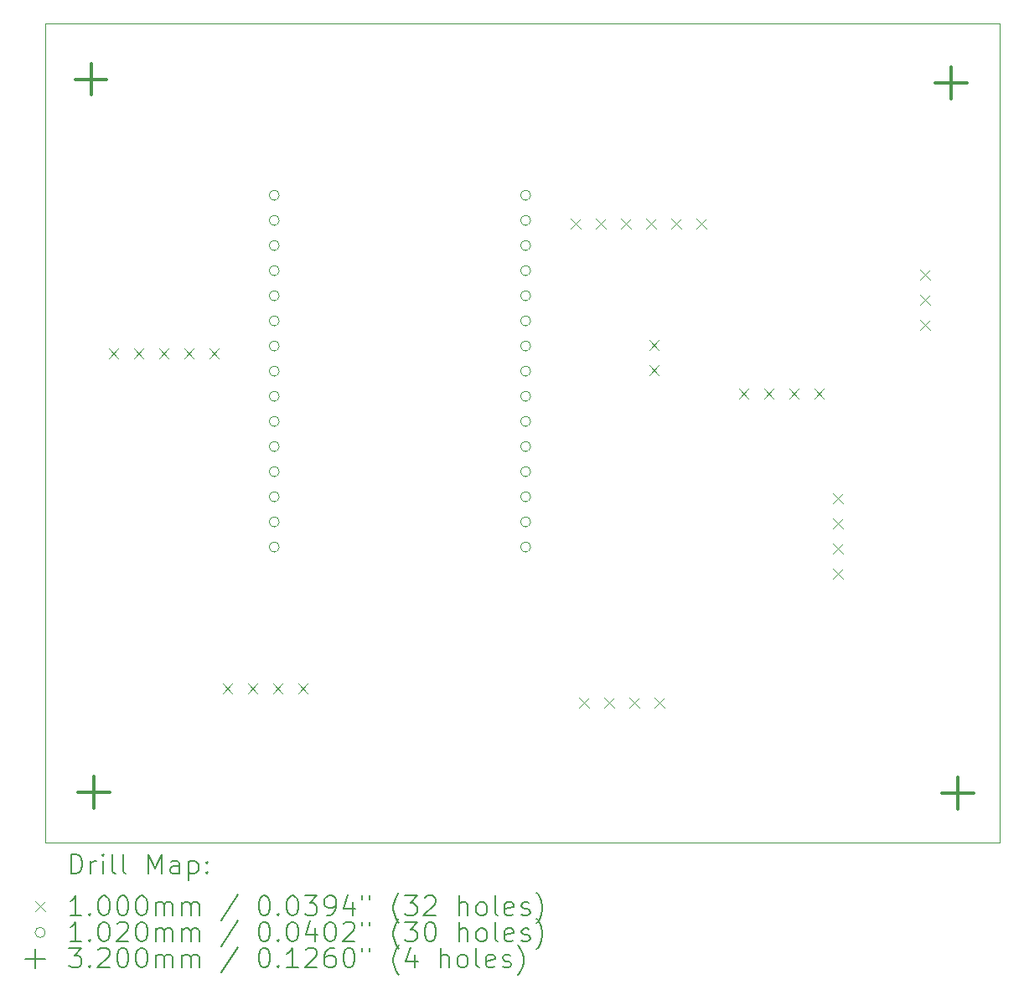
<source format=gbr>
%TF.GenerationSoftware,KiCad,Pcbnew,9.0.4*%
%TF.CreationDate,2025-11-06T19:22:00+05:30*%
%TF.ProjectId,projectxxxxxxx,70726f6a-6563-4747-9878-78787878782e,rev?*%
%TF.SameCoordinates,Original*%
%TF.FileFunction,Drillmap*%
%TF.FilePolarity,Positive*%
%FSLAX45Y45*%
G04 Gerber Fmt 4.5, Leading zero omitted, Abs format (unit mm)*
G04 Created by KiCad (PCBNEW 9.0.4) date 2025-11-06 19:22:00*
%MOMM*%
%LPD*%
G01*
G04 APERTURE LIST*
%ADD10C,0.050000*%
%ADD11C,0.200000*%
%ADD12C,0.100000*%
%ADD13C,0.102000*%
%ADD14C,0.320000*%
G04 APERTURE END LIST*
D10*
X5450000Y-5210000D02*
X15090000Y-5210000D01*
X15090000Y-13490000D01*
X5450000Y-13490000D01*
X5450000Y-5210000D01*
D11*
D12*
X6088000Y-8490000D02*
X6188000Y-8590000D01*
X6188000Y-8490000D02*
X6088000Y-8590000D01*
X6342000Y-8490000D02*
X6442000Y-8590000D01*
X6442000Y-8490000D02*
X6342000Y-8590000D01*
X6596000Y-8490000D02*
X6696000Y-8590000D01*
X6696000Y-8490000D02*
X6596000Y-8590000D01*
X6850000Y-8490000D02*
X6950000Y-8590000D01*
X6950000Y-8490000D02*
X6850000Y-8590000D01*
X7104000Y-8490000D02*
X7204000Y-8590000D01*
X7204000Y-8490000D02*
X7104000Y-8590000D01*
X7240000Y-11880000D02*
X7340000Y-11980000D01*
X7340000Y-11880000D02*
X7240000Y-11980000D01*
X7494000Y-11880000D02*
X7594000Y-11980000D01*
X7594000Y-11880000D02*
X7494000Y-11980000D01*
X7748000Y-11880000D02*
X7848000Y-11980000D01*
X7848000Y-11880000D02*
X7748000Y-11980000D01*
X8002000Y-11880000D02*
X8102000Y-11980000D01*
X8102000Y-11880000D02*
X8002000Y-11980000D01*
X10760000Y-7180000D02*
X10860000Y-7280000D01*
X10860000Y-7180000D02*
X10760000Y-7280000D01*
X10842000Y-12020000D02*
X10942000Y-12120000D01*
X10942000Y-12020000D02*
X10842000Y-12120000D01*
X11014000Y-7180000D02*
X11114000Y-7280000D01*
X11114000Y-7180000D02*
X11014000Y-7280000D01*
X11096000Y-12020000D02*
X11196000Y-12120000D01*
X11196000Y-12020000D02*
X11096000Y-12120000D01*
X11268000Y-7180000D02*
X11368000Y-7280000D01*
X11368000Y-7180000D02*
X11268000Y-7280000D01*
X11350000Y-12020000D02*
X11450000Y-12120000D01*
X11450000Y-12020000D02*
X11350000Y-12120000D01*
X11522000Y-7180000D02*
X11622000Y-7280000D01*
X11622000Y-7180000D02*
X11522000Y-7280000D01*
X11550000Y-8410000D02*
X11650000Y-8510000D01*
X11650000Y-8410000D02*
X11550000Y-8510000D01*
X11550000Y-8664000D02*
X11650000Y-8764000D01*
X11650000Y-8664000D02*
X11550000Y-8764000D01*
X11604000Y-12020000D02*
X11704000Y-12120000D01*
X11704000Y-12020000D02*
X11604000Y-12120000D01*
X11776000Y-7180000D02*
X11876000Y-7280000D01*
X11876000Y-7180000D02*
X11776000Y-7280000D01*
X12030000Y-7180000D02*
X12130000Y-7280000D01*
X12130000Y-7180000D02*
X12030000Y-7280000D01*
X12456000Y-8900000D02*
X12556000Y-9000000D01*
X12556000Y-8900000D02*
X12456000Y-9000000D01*
X12710000Y-8900000D02*
X12810000Y-9000000D01*
X12810000Y-8900000D02*
X12710000Y-9000000D01*
X12964000Y-8900000D02*
X13064000Y-9000000D01*
X13064000Y-8900000D02*
X12964000Y-9000000D01*
X13218000Y-8900000D02*
X13318000Y-9000000D01*
X13318000Y-8900000D02*
X13218000Y-9000000D01*
X13410000Y-9956000D02*
X13510000Y-10056000D01*
X13510000Y-9956000D02*
X13410000Y-10056000D01*
X13410000Y-10210000D02*
X13510000Y-10310000D01*
X13510000Y-10210000D02*
X13410000Y-10310000D01*
X13410000Y-10464000D02*
X13510000Y-10564000D01*
X13510000Y-10464000D02*
X13410000Y-10564000D01*
X13410000Y-10718000D02*
X13510000Y-10818000D01*
X13510000Y-10718000D02*
X13410000Y-10818000D01*
X14287500Y-7694500D02*
X14387500Y-7794500D01*
X14387500Y-7694500D02*
X14287500Y-7794500D01*
X14287500Y-7948500D02*
X14387500Y-8048500D01*
X14387500Y-7948500D02*
X14287500Y-8048500D01*
X14287500Y-8202500D02*
X14387500Y-8302500D01*
X14387500Y-8202500D02*
X14287500Y-8302500D01*
D13*
X7812500Y-6944000D02*
G75*
G02*
X7710500Y-6944000I-51000J0D01*
G01*
X7710500Y-6944000D02*
G75*
G02*
X7812500Y-6944000I51000J0D01*
G01*
X7812500Y-7198000D02*
G75*
G02*
X7710500Y-7198000I-51000J0D01*
G01*
X7710500Y-7198000D02*
G75*
G02*
X7812500Y-7198000I51000J0D01*
G01*
X7812500Y-7452000D02*
G75*
G02*
X7710500Y-7452000I-51000J0D01*
G01*
X7710500Y-7452000D02*
G75*
G02*
X7812500Y-7452000I51000J0D01*
G01*
X7812500Y-7706000D02*
G75*
G02*
X7710500Y-7706000I-51000J0D01*
G01*
X7710500Y-7706000D02*
G75*
G02*
X7812500Y-7706000I51000J0D01*
G01*
X7812500Y-7960000D02*
G75*
G02*
X7710500Y-7960000I-51000J0D01*
G01*
X7710500Y-7960000D02*
G75*
G02*
X7812500Y-7960000I51000J0D01*
G01*
X7812500Y-8214000D02*
G75*
G02*
X7710500Y-8214000I-51000J0D01*
G01*
X7710500Y-8214000D02*
G75*
G02*
X7812500Y-8214000I51000J0D01*
G01*
X7812500Y-8468000D02*
G75*
G02*
X7710500Y-8468000I-51000J0D01*
G01*
X7710500Y-8468000D02*
G75*
G02*
X7812500Y-8468000I51000J0D01*
G01*
X7812500Y-8722000D02*
G75*
G02*
X7710500Y-8722000I-51000J0D01*
G01*
X7710500Y-8722000D02*
G75*
G02*
X7812500Y-8722000I51000J0D01*
G01*
X7812500Y-8976000D02*
G75*
G02*
X7710500Y-8976000I-51000J0D01*
G01*
X7710500Y-8976000D02*
G75*
G02*
X7812500Y-8976000I51000J0D01*
G01*
X7812500Y-9230000D02*
G75*
G02*
X7710500Y-9230000I-51000J0D01*
G01*
X7710500Y-9230000D02*
G75*
G02*
X7812500Y-9230000I51000J0D01*
G01*
X7812500Y-9484000D02*
G75*
G02*
X7710500Y-9484000I-51000J0D01*
G01*
X7710500Y-9484000D02*
G75*
G02*
X7812500Y-9484000I51000J0D01*
G01*
X7812500Y-9738000D02*
G75*
G02*
X7710500Y-9738000I-51000J0D01*
G01*
X7710500Y-9738000D02*
G75*
G02*
X7812500Y-9738000I51000J0D01*
G01*
X7812500Y-9992000D02*
G75*
G02*
X7710500Y-9992000I-51000J0D01*
G01*
X7710500Y-9992000D02*
G75*
G02*
X7812500Y-9992000I51000J0D01*
G01*
X7812500Y-10246000D02*
G75*
G02*
X7710500Y-10246000I-51000J0D01*
G01*
X7710500Y-10246000D02*
G75*
G02*
X7812500Y-10246000I51000J0D01*
G01*
X7812500Y-10500000D02*
G75*
G02*
X7710500Y-10500000I-51000J0D01*
G01*
X7710500Y-10500000D02*
G75*
G02*
X7812500Y-10500000I51000J0D01*
G01*
X10352500Y-6944000D02*
G75*
G02*
X10250500Y-6944000I-51000J0D01*
G01*
X10250500Y-6944000D02*
G75*
G02*
X10352500Y-6944000I51000J0D01*
G01*
X10352500Y-7198000D02*
G75*
G02*
X10250500Y-7198000I-51000J0D01*
G01*
X10250500Y-7198000D02*
G75*
G02*
X10352500Y-7198000I51000J0D01*
G01*
X10352500Y-7452000D02*
G75*
G02*
X10250500Y-7452000I-51000J0D01*
G01*
X10250500Y-7452000D02*
G75*
G02*
X10352500Y-7452000I51000J0D01*
G01*
X10352500Y-7706000D02*
G75*
G02*
X10250500Y-7706000I-51000J0D01*
G01*
X10250500Y-7706000D02*
G75*
G02*
X10352500Y-7706000I51000J0D01*
G01*
X10352500Y-7960000D02*
G75*
G02*
X10250500Y-7960000I-51000J0D01*
G01*
X10250500Y-7960000D02*
G75*
G02*
X10352500Y-7960000I51000J0D01*
G01*
X10352500Y-8214000D02*
G75*
G02*
X10250500Y-8214000I-51000J0D01*
G01*
X10250500Y-8214000D02*
G75*
G02*
X10352500Y-8214000I51000J0D01*
G01*
X10352500Y-8468000D02*
G75*
G02*
X10250500Y-8468000I-51000J0D01*
G01*
X10250500Y-8468000D02*
G75*
G02*
X10352500Y-8468000I51000J0D01*
G01*
X10352500Y-8722000D02*
G75*
G02*
X10250500Y-8722000I-51000J0D01*
G01*
X10250500Y-8722000D02*
G75*
G02*
X10352500Y-8722000I51000J0D01*
G01*
X10352500Y-8976000D02*
G75*
G02*
X10250500Y-8976000I-51000J0D01*
G01*
X10250500Y-8976000D02*
G75*
G02*
X10352500Y-8976000I51000J0D01*
G01*
X10352500Y-9230000D02*
G75*
G02*
X10250500Y-9230000I-51000J0D01*
G01*
X10250500Y-9230000D02*
G75*
G02*
X10352500Y-9230000I51000J0D01*
G01*
X10352500Y-9484000D02*
G75*
G02*
X10250500Y-9484000I-51000J0D01*
G01*
X10250500Y-9484000D02*
G75*
G02*
X10352500Y-9484000I51000J0D01*
G01*
X10352500Y-9738000D02*
G75*
G02*
X10250500Y-9738000I-51000J0D01*
G01*
X10250500Y-9738000D02*
G75*
G02*
X10352500Y-9738000I51000J0D01*
G01*
X10352500Y-9992000D02*
G75*
G02*
X10250500Y-9992000I-51000J0D01*
G01*
X10250500Y-9992000D02*
G75*
G02*
X10352500Y-9992000I51000J0D01*
G01*
X10352500Y-10246000D02*
G75*
G02*
X10250500Y-10246000I-51000J0D01*
G01*
X10250500Y-10246000D02*
G75*
G02*
X10352500Y-10246000I51000J0D01*
G01*
X10352500Y-10500000D02*
G75*
G02*
X10250500Y-10500000I-51000J0D01*
G01*
X10250500Y-10500000D02*
G75*
G02*
X10352500Y-10500000I51000J0D01*
G01*
D14*
X5910000Y-5610000D02*
X5910000Y-5930000D01*
X5750000Y-5770000D02*
X6070000Y-5770000D01*
X5940000Y-12820000D02*
X5940000Y-13140000D01*
X5780000Y-12980000D02*
X6100000Y-12980000D01*
X14600000Y-5650000D02*
X14600000Y-5970000D01*
X14440000Y-5810000D02*
X14760000Y-5810000D01*
X14670000Y-12830000D02*
X14670000Y-13150000D01*
X14510000Y-12990000D02*
X14830000Y-12990000D01*
D11*
X5708277Y-13803984D02*
X5708277Y-13603984D01*
X5708277Y-13603984D02*
X5755896Y-13603984D01*
X5755896Y-13603984D02*
X5784467Y-13613508D01*
X5784467Y-13613508D02*
X5803515Y-13632555D01*
X5803515Y-13632555D02*
X5813039Y-13651603D01*
X5813039Y-13651603D02*
X5822562Y-13689698D01*
X5822562Y-13689698D02*
X5822562Y-13718269D01*
X5822562Y-13718269D02*
X5813039Y-13756365D01*
X5813039Y-13756365D02*
X5803515Y-13775412D01*
X5803515Y-13775412D02*
X5784467Y-13794460D01*
X5784467Y-13794460D02*
X5755896Y-13803984D01*
X5755896Y-13803984D02*
X5708277Y-13803984D01*
X5908277Y-13803984D02*
X5908277Y-13670650D01*
X5908277Y-13708746D02*
X5917801Y-13689698D01*
X5917801Y-13689698D02*
X5927324Y-13680174D01*
X5927324Y-13680174D02*
X5946372Y-13670650D01*
X5946372Y-13670650D02*
X5965420Y-13670650D01*
X6032086Y-13803984D02*
X6032086Y-13670650D01*
X6032086Y-13603984D02*
X6022562Y-13613508D01*
X6022562Y-13613508D02*
X6032086Y-13623031D01*
X6032086Y-13623031D02*
X6041610Y-13613508D01*
X6041610Y-13613508D02*
X6032086Y-13603984D01*
X6032086Y-13603984D02*
X6032086Y-13623031D01*
X6155896Y-13803984D02*
X6136848Y-13794460D01*
X6136848Y-13794460D02*
X6127324Y-13775412D01*
X6127324Y-13775412D02*
X6127324Y-13603984D01*
X6260658Y-13803984D02*
X6241610Y-13794460D01*
X6241610Y-13794460D02*
X6232086Y-13775412D01*
X6232086Y-13775412D02*
X6232086Y-13603984D01*
X6489229Y-13803984D02*
X6489229Y-13603984D01*
X6489229Y-13603984D02*
X6555896Y-13746841D01*
X6555896Y-13746841D02*
X6622562Y-13603984D01*
X6622562Y-13603984D02*
X6622562Y-13803984D01*
X6803515Y-13803984D02*
X6803515Y-13699222D01*
X6803515Y-13699222D02*
X6793991Y-13680174D01*
X6793991Y-13680174D02*
X6774943Y-13670650D01*
X6774943Y-13670650D02*
X6736848Y-13670650D01*
X6736848Y-13670650D02*
X6717801Y-13680174D01*
X6803515Y-13794460D02*
X6784467Y-13803984D01*
X6784467Y-13803984D02*
X6736848Y-13803984D01*
X6736848Y-13803984D02*
X6717801Y-13794460D01*
X6717801Y-13794460D02*
X6708277Y-13775412D01*
X6708277Y-13775412D02*
X6708277Y-13756365D01*
X6708277Y-13756365D02*
X6717801Y-13737317D01*
X6717801Y-13737317D02*
X6736848Y-13727793D01*
X6736848Y-13727793D02*
X6784467Y-13727793D01*
X6784467Y-13727793D02*
X6803515Y-13718269D01*
X6898753Y-13670650D02*
X6898753Y-13870650D01*
X6898753Y-13680174D02*
X6917801Y-13670650D01*
X6917801Y-13670650D02*
X6955896Y-13670650D01*
X6955896Y-13670650D02*
X6974943Y-13680174D01*
X6974943Y-13680174D02*
X6984467Y-13689698D01*
X6984467Y-13689698D02*
X6993991Y-13708746D01*
X6993991Y-13708746D02*
X6993991Y-13765888D01*
X6993991Y-13765888D02*
X6984467Y-13784936D01*
X6984467Y-13784936D02*
X6974943Y-13794460D01*
X6974943Y-13794460D02*
X6955896Y-13803984D01*
X6955896Y-13803984D02*
X6917801Y-13803984D01*
X6917801Y-13803984D02*
X6898753Y-13794460D01*
X7079705Y-13784936D02*
X7089229Y-13794460D01*
X7089229Y-13794460D02*
X7079705Y-13803984D01*
X7079705Y-13803984D02*
X7070182Y-13794460D01*
X7070182Y-13794460D02*
X7079705Y-13784936D01*
X7079705Y-13784936D02*
X7079705Y-13803984D01*
X7079705Y-13680174D02*
X7089229Y-13689698D01*
X7089229Y-13689698D02*
X7079705Y-13699222D01*
X7079705Y-13699222D02*
X7070182Y-13689698D01*
X7070182Y-13689698D02*
X7079705Y-13680174D01*
X7079705Y-13680174D02*
X7079705Y-13699222D01*
D12*
X5347500Y-14082500D02*
X5447500Y-14182500D01*
X5447500Y-14082500D02*
X5347500Y-14182500D01*
D11*
X5813039Y-14223984D02*
X5698753Y-14223984D01*
X5755896Y-14223984D02*
X5755896Y-14023984D01*
X5755896Y-14023984D02*
X5736848Y-14052555D01*
X5736848Y-14052555D02*
X5717801Y-14071603D01*
X5717801Y-14071603D02*
X5698753Y-14081127D01*
X5898753Y-14204936D02*
X5908277Y-14214460D01*
X5908277Y-14214460D02*
X5898753Y-14223984D01*
X5898753Y-14223984D02*
X5889229Y-14214460D01*
X5889229Y-14214460D02*
X5898753Y-14204936D01*
X5898753Y-14204936D02*
X5898753Y-14223984D01*
X6032086Y-14023984D02*
X6051134Y-14023984D01*
X6051134Y-14023984D02*
X6070182Y-14033508D01*
X6070182Y-14033508D02*
X6079705Y-14043031D01*
X6079705Y-14043031D02*
X6089229Y-14062079D01*
X6089229Y-14062079D02*
X6098753Y-14100174D01*
X6098753Y-14100174D02*
X6098753Y-14147793D01*
X6098753Y-14147793D02*
X6089229Y-14185888D01*
X6089229Y-14185888D02*
X6079705Y-14204936D01*
X6079705Y-14204936D02*
X6070182Y-14214460D01*
X6070182Y-14214460D02*
X6051134Y-14223984D01*
X6051134Y-14223984D02*
X6032086Y-14223984D01*
X6032086Y-14223984D02*
X6013039Y-14214460D01*
X6013039Y-14214460D02*
X6003515Y-14204936D01*
X6003515Y-14204936D02*
X5993991Y-14185888D01*
X5993991Y-14185888D02*
X5984467Y-14147793D01*
X5984467Y-14147793D02*
X5984467Y-14100174D01*
X5984467Y-14100174D02*
X5993991Y-14062079D01*
X5993991Y-14062079D02*
X6003515Y-14043031D01*
X6003515Y-14043031D02*
X6013039Y-14033508D01*
X6013039Y-14033508D02*
X6032086Y-14023984D01*
X6222562Y-14023984D02*
X6241610Y-14023984D01*
X6241610Y-14023984D02*
X6260658Y-14033508D01*
X6260658Y-14033508D02*
X6270182Y-14043031D01*
X6270182Y-14043031D02*
X6279705Y-14062079D01*
X6279705Y-14062079D02*
X6289229Y-14100174D01*
X6289229Y-14100174D02*
X6289229Y-14147793D01*
X6289229Y-14147793D02*
X6279705Y-14185888D01*
X6279705Y-14185888D02*
X6270182Y-14204936D01*
X6270182Y-14204936D02*
X6260658Y-14214460D01*
X6260658Y-14214460D02*
X6241610Y-14223984D01*
X6241610Y-14223984D02*
X6222562Y-14223984D01*
X6222562Y-14223984D02*
X6203515Y-14214460D01*
X6203515Y-14214460D02*
X6193991Y-14204936D01*
X6193991Y-14204936D02*
X6184467Y-14185888D01*
X6184467Y-14185888D02*
X6174943Y-14147793D01*
X6174943Y-14147793D02*
X6174943Y-14100174D01*
X6174943Y-14100174D02*
X6184467Y-14062079D01*
X6184467Y-14062079D02*
X6193991Y-14043031D01*
X6193991Y-14043031D02*
X6203515Y-14033508D01*
X6203515Y-14033508D02*
X6222562Y-14023984D01*
X6413039Y-14023984D02*
X6432086Y-14023984D01*
X6432086Y-14023984D02*
X6451134Y-14033508D01*
X6451134Y-14033508D02*
X6460658Y-14043031D01*
X6460658Y-14043031D02*
X6470182Y-14062079D01*
X6470182Y-14062079D02*
X6479705Y-14100174D01*
X6479705Y-14100174D02*
X6479705Y-14147793D01*
X6479705Y-14147793D02*
X6470182Y-14185888D01*
X6470182Y-14185888D02*
X6460658Y-14204936D01*
X6460658Y-14204936D02*
X6451134Y-14214460D01*
X6451134Y-14214460D02*
X6432086Y-14223984D01*
X6432086Y-14223984D02*
X6413039Y-14223984D01*
X6413039Y-14223984D02*
X6393991Y-14214460D01*
X6393991Y-14214460D02*
X6384467Y-14204936D01*
X6384467Y-14204936D02*
X6374943Y-14185888D01*
X6374943Y-14185888D02*
X6365420Y-14147793D01*
X6365420Y-14147793D02*
X6365420Y-14100174D01*
X6365420Y-14100174D02*
X6374943Y-14062079D01*
X6374943Y-14062079D02*
X6384467Y-14043031D01*
X6384467Y-14043031D02*
X6393991Y-14033508D01*
X6393991Y-14033508D02*
X6413039Y-14023984D01*
X6565420Y-14223984D02*
X6565420Y-14090650D01*
X6565420Y-14109698D02*
X6574943Y-14100174D01*
X6574943Y-14100174D02*
X6593991Y-14090650D01*
X6593991Y-14090650D02*
X6622563Y-14090650D01*
X6622563Y-14090650D02*
X6641610Y-14100174D01*
X6641610Y-14100174D02*
X6651134Y-14119222D01*
X6651134Y-14119222D02*
X6651134Y-14223984D01*
X6651134Y-14119222D02*
X6660658Y-14100174D01*
X6660658Y-14100174D02*
X6679705Y-14090650D01*
X6679705Y-14090650D02*
X6708277Y-14090650D01*
X6708277Y-14090650D02*
X6727324Y-14100174D01*
X6727324Y-14100174D02*
X6736848Y-14119222D01*
X6736848Y-14119222D02*
X6736848Y-14223984D01*
X6832086Y-14223984D02*
X6832086Y-14090650D01*
X6832086Y-14109698D02*
X6841610Y-14100174D01*
X6841610Y-14100174D02*
X6860658Y-14090650D01*
X6860658Y-14090650D02*
X6889229Y-14090650D01*
X6889229Y-14090650D02*
X6908277Y-14100174D01*
X6908277Y-14100174D02*
X6917801Y-14119222D01*
X6917801Y-14119222D02*
X6917801Y-14223984D01*
X6917801Y-14119222D02*
X6927324Y-14100174D01*
X6927324Y-14100174D02*
X6946372Y-14090650D01*
X6946372Y-14090650D02*
X6974943Y-14090650D01*
X6974943Y-14090650D02*
X6993991Y-14100174D01*
X6993991Y-14100174D02*
X7003515Y-14119222D01*
X7003515Y-14119222D02*
X7003515Y-14223984D01*
X7393991Y-14014460D02*
X7222563Y-14271603D01*
X7651134Y-14023984D02*
X7670182Y-14023984D01*
X7670182Y-14023984D02*
X7689229Y-14033508D01*
X7689229Y-14033508D02*
X7698753Y-14043031D01*
X7698753Y-14043031D02*
X7708277Y-14062079D01*
X7708277Y-14062079D02*
X7717801Y-14100174D01*
X7717801Y-14100174D02*
X7717801Y-14147793D01*
X7717801Y-14147793D02*
X7708277Y-14185888D01*
X7708277Y-14185888D02*
X7698753Y-14204936D01*
X7698753Y-14204936D02*
X7689229Y-14214460D01*
X7689229Y-14214460D02*
X7670182Y-14223984D01*
X7670182Y-14223984D02*
X7651134Y-14223984D01*
X7651134Y-14223984D02*
X7632086Y-14214460D01*
X7632086Y-14214460D02*
X7622563Y-14204936D01*
X7622563Y-14204936D02*
X7613039Y-14185888D01*
X7613039Y-14185888D02*
X7603515Y-14147793D01*
X7603515Y-14147793D02*
X7603515Y-14100174D01*
X7603515Y-14100174D02*
X7613039Y-14062079D01*
X7613039Y-14062079D02*
X7622563Y-14043031D01*
X7622563Y-14043031D02*
X7632086Y-14033508D01*
X7632086Y-14033508D02*
X7651134Y-14023984D01*
X7803515Y-14204936D02*
X7813039Y-14214460D01*
X7813039Y-14214460D02*
X7803515Y-14223984D01*
X7803515Y-14223984D02*
X7793991Y-14214460D01*
X7793991Y-14214460D02*
X7803515Y-14204936D01*
X7803515Y-14204936D02*
X7803515Y-14223984D01*
X7936848Y-14023984D02*
X7955896Y-14023984D01*
X7955896Y-14023984D02*
X7974944Y-14033508D01*
X7974944Y-14033508D02*
X7984467Y-14043031D01*
X7984467Y-14043031D02*
X7993991Y-14062079D01*
X7993991Y-14062079D02*
X8003515Y-14100174D01*
X8003515Y-14100174D02*
X8003515Y-14147793D01*
X8003515Y-14147793D02*
X7993991Y-14185888D01*
X7993991Y-14185888D02*
X7984467Y-14204936D01*
X7984467Y-14204936D02*
X7974944Y-14214460D01*
X7974944Y-14214460D02*
X7955896Y-14223984D01*
X7955896Y-14223984D02*
X7936848Y-14223984D01*
X7936848Y-14223984D02*
X7917801Y-14214460D01*
X7917801Y-14214460D02*
X7908277Y-14204936D01*
X7908277Y-14204936D02*
X7898753Y-14185888D01*
X7898753Y-14185888D02*
X7889229Y-14147793D01*
X7889229Y-14147793D02*
X7889229Y-14100174D01*
X7889229Y-14100174D02*
X7898753Y-14062079D01*
X7898753Y-14062079D02*
X7908277Y-14043031D01*
X7908277Y-14043031D02*
X7917801Y-14033508D01*
X7917801Y-14033508D02*
X7936848Y-14023984D01*
X8070182Y-14023984D02*
X8193991Y-14023984D01*
X8193991Y-14023984D02*
X8127325Y-14100174D01*
X8127325Y-14100174D02*
X8155896Y-14100174D01*
X8155896Y-14100174D02*
X8174944Y-14109698D01*
X8174944Y-14109698D02*
X8184467Y-14119222D01*
X8184467Y-14119222D02*
X8193991Y-14138269D01*
X8193991Y-14138269D02*
X8193991Y-14185888D01*
X8193991Y-14185888D02*
X8184467Y-14204936D01*
X8184467Y-14204936D02*
X8174944Y-14214460D01*
X8174944Y-14214460D02*
X8155896Y-14223984D01*
X8155896Y-14223984D02*
X8098753Y-14223984D01*
X8098753Y-14223984D02*
X8079706Y-14214460D01*
X8079706Y-14214460D02*
X8070182Y-14204936D01*
X8289229Y-14223984D02*
X8327325Y-14223984D01*
X8327325Y-14223984D02*
X8346372Y-14214460D01*
X8346372Y-14214460D02*
X8355896Y-14204936D01*
X8355896Y-14204936D02*
X8374944Y-14176365D01*
X8374944Y-14176365D02*
X8384467Y-14138269D01*
X8384467Y-14138269D02*
X8384467Y-14062079D01*
X8384467Y-14062079D02*
X8374944Y-14043031D01*
X8374944Y-14043031D02*
X8365420Y-14033508D01*
X8365420Y-14033508D02*
X8346372Y-14023984D01*
X8346372Y-14023984D02*
X8308277Y-14023984D01*
X8308277Y-14023984D02*
X8289229Y-14033508D01*
X8289229Y-14033508D02*
X8279706Y-14043031D01*
X8279706Y-14043031D02*
X8270182Y-14062079D01*
X8270182Y-14062079D02*
X8270182Y-14109698D01*
X8270182Y-14109698D02*
X8279706Y-14128746D01*
X8279706Y-14128746D02*
X8289229Y-14138269D01*
X8289229Y-14138269D02*
X8308277Y-14147793D01*
X8308277Y-14147793D02*
X8346372Y-14147793D01*
X8346372Y-14147793D02*
X8365420Y-14138269D01*
X8365420Y-14138269D02*
X8374944Y-14128746D01*
X8374944Y-14128746D02*
X8384467Y-14109698D01*
X8555896Y-14090650D02*
X8555896Y-14223984D01*
X8508277Y-14014460D02*
X8460658Y-14157317D01*
X8460658Y-14157317D02*
X8584468Y-14157317D01*
X8651134Y-14023984D02*
X8651134Y-14062079D01*
X8727325Y-14023984D02*
X8727325Y-14062079D01*
X9022563Y-14300174D02*
X9013039Y-14290650D01*
X9013039Y-14290650D02*
X8993991Y-14262079D01*
X8993991Y-14262079D02*
X8984468Y-14243031D01*
X8984468Y-14243031D02*
X8974944Y-14214460D01*
X8974944Y-14214460D02*
X8965420Y-14166841D01*
X8965420Y-14166841D02*
X8965420Y-14128746D01*
X8965420Y-14128746D02*
X8974944Y-14081127D01*
X8974944Y-14081127D02*
X8984468Y-14052555D01*
X8984468Y-14052555D02*
X8993991Y-14033508D01*
X8993991Y-14033508D02*
X9013039Y-14004936D01*
X9013039Y-14004936D02*
X9022563Y-13995412D01*
X9079706Y-14023984D02*
X9203515Y-14023984D01*
X9203515Y-14023984D02*
X9136849Y-14100174D01*
X9136849Y-14100174D02*
X9165420Y-14100174D01*
X9165420Y-14100174D02*
X9184468Y-14109698D01*
X9184468Y-14109698D02*
X9193991Y-14119222D01*
X9193991Y-14119222D02*
X9203515Y-14138269D01*
X9203515Y-14138269D02*
X9203515Y-14185888D01*
X9203515Y-14185888D02*
X9193991Y-14204936D01*
X9193991Y-14204936D02*
X9184468Y-14214460D01*
X9184468Y-14214460D02*
X9165420Y-14223984D01*
X9165420Y-14223984D02*
X9108277Y-14223984D01*
X9108277Y-14223984D02*
X9089230Y-14214460D01*
X9089230Y-14214460D02*
X9079706Y-14204936D01*
X9279706Y-14043031D02*
X9289230Y-14033508D01*
X9289230Y-14033508D02*
X9308277Y-14023984D01*
X9308277Y-14023984D02*
X9355896Y-14023984D01*
X9355896Y-14023984D02*
X9374944Y-14033508D01*
X9374944Y-14033508D02*
X9384468Y-14043031D01*
X9384468Y-14043031D02*
X9393991Y-14062079D01*
X9393991Y-14062079D02*
X9393991Y-14081127D01*
X9393991Y-14081127D02*
X9384468Y-14109698D01*
X9384468Y-14109698D02*
X9270182Y-14223984D01*
X9270182Y-14223984D02*
X9393991Y-14223984D01*
X9632087Y-14223984D02*
X9632087Y-14023984D01*
X9717801Y-14223984D02*
X9717801Y-14119222D01*
X9717801Y-14119222D02*
X9708277Y-14100174D01*
X9708277Y-14100174D02*
X9689230Y-14090650D01*
X9689230Y-14090650D02*
X9660658Y-14090650D01*
X9660658Y-14090650D02*
X9641611Y-14100174D01*
X9641611Y-14100174D02*
X9632087Y-14109698D01*
X9841611Y-14223984D02*
X9822563Y-14214460D01*
X9822563Y-14214460D02*
X9813039Y-14204936D01*
X9813039Y-14204936D02*
X9803515Y-14185888D01*
X9803515Y-14185888D02*
X9803515Y-14128746D01*
X9803515Y-14128746D02*
X9813039Y-14109698D01*
X9813039Y-14109698D02*
X9822563Y-14100174D01*
X9822563Y-14100174D02*
X9841611Y-14090650D01*
X9841611Y-14090650D02*
X9870182Y-14090650D01*
X9870182Y-14090650D02*
X9889230Y-14100174D01*
X9889230Y-14100174D02*
X9898753Y-14109698D01*
X9898753Y-14109698D02*
X9908277Y-14128746D01*
X9908277Y-14128746D02*
X9908277Y-14185888D01*
X9908277Y-14185888D02*
X9898753Y-14204936D01*
X9898753Y-14204936D02*
X9889230Y-14214460D01*
X9889230Y-14214460D02*
X9870182Y-14223984D01*
X9870182Y-14223984D02*
X9841611Y-14223984D01*
X10022563Y-14223984D02*
X10003515Y-14214460D01*
X10003515Y-14214460D02*
X9993992Y-14195412D01*
X9993992Y-14195412D02*
X9993992Y-14023984D01*
X10174944Y-14214460D02*
X10155896Y-14223984D01*
X10155896Y-14223984D02*
X10117801Y-14223984D01*
X10117801Y-14223984D02*
X10098753Y-14214460D01*
X10098753Y-14214460D02*
X10089230Y-14195412D01*
X10089230Y-14195412D02*
X10089230Y-14119222D01*
X10089230Y-14119222D02*
X10098753Y-14100174D01*
X10098753Y-14100174D02*
X10117801Y-14090650D01*
X10117801Y-14090650D02*
X10155896Y-14090650D01*
X10155896Y-14090650D02*
X10174944Y-14100174D01*
X10174944Y-14100174D02*
X10184468Y-14119222D01*
X10184468Y-14119222D02*
X10184468Y-14138269D01*
X10184468Y-14138269D02*
X10089230Y-14157317D01*
X10260658Y-14214460D02*
X10279706Y-14223984D01*
X10279706Y-14223984D02*
X10317801Y-14223984D01*
X10317801Y-14223984D02*
X10336849Y-14214460D01*
X10336849Y-14214460D02*
X10346373Y-14195412D01*
X10346373Y-14195412D02*
X10346373Y-14185888D01*
X10346373Y-14185888D02*
X10336849Y-14166841D01*
X10336849Y-14166841D02*
X10317801Y-14157317D01*
X10317801Y-14157317D02*
X10289230Y-14157317D01*
X10289230Y-14157317D02*
X10270182Y-14147793D01*
X10270182Y-14147793D02*
X10260658Y-14128746D01*
X10260658Y-14128746D02*
X10260658Y-14119222D01*
X10260658Y-14119222D02*
X10270182Y-14100174D01*
X10270182Y-14100174D02*
X10289230Y-14090650D01*
X10289230Y-14090650D02*
X10317801Y-14090650D01*
X10317801Y-14090650D02*
X10336849Y-14100174D01*
X10413039Y-14300174D02*
X10422563Y-14290650D01*
X10422563Y-14290650D02*
X10441611Y-14262079D01*
X10441611Y-14262079D02*
X10451134Y-14243031D01*
X10451134Y-14243031D02*
X10460658Y-14214460D01*
X10460658Y-14214460D02*
X10470182Y-14166841D01*
X10470182Y-14166841D02*
X10470182Y-14128746D01*
X10470182Y-14128746D02*
X10460658Y-14081127D01*
X10460658Y-14081127D02*
X10451134Y-14052555D01*
X10451134Y-14052555D02*
X10441611Y-14033508D01*
X10441611Y-14033508D02*
X10422563Y-14004936D01*
X10422563Y-14004936D02*
X10413039Y-13995412D01*
D13*
X5447500Y-14396500D02*
G75*
G02*
X5345500Y-14396500I-51000J0D01*
G01*
X5345500Y-14396500D02*
G75*
G02*
X5447500Y-14396500I51000J0D01*
G01*
D11*
X5813039Y-14487984D02*
X5698753Y-14487984D01*
X5755896Y-14487984D02*
X5755896Y-14287984D01*
X5755896Y-14287984D02*
X5736848Y-14316555D01*
X5736848Y-14316555D02*
X5717801Y-14335603D01*
X5717801Y-14335603D02*
X5698753Y-14345127D01*
X5898753Y-14468936D02*
X5908277Y-14478460D01*
X5908277Y-14478460D02*
X5898753Y-14487984D01*
X5898753Y-14487984D02*
X5889229Y-14478460D01*
X5889229Y-14478460D02*
X5898753Y-14468936D01*
X5898753Y-14468936D02*
X5898753Y-14487984D01*
X6032086Y-14287984D02*
X6051134Y-14287984D01*
X6051134Y-14287984D02*
X6070182Y-14297508D01*
X6070182Y-14297508D02*
X6079705Y-14307031D01*
X6079705Y-14307031D02*
X6089229Y-14326079D01*
X6089229Y-14326079D02*
X6098753Y-14364174D01*
X6098753Y-14364174D02*
X6098753Y-14411793D01*
X6098753Y-14411793D02*
X6089229Y-14449888D01*
X6089229Y-14449888D02*
X6079705Y-14468936D01*
X6079705Y-14468936D02*
X6070182Y-14478460D01*
X6070182Y-14478460D02*
X6051134Y-14487984D01*
X6051134Y-14487984D02*
X6032086Y-14487984D01*
X6032086Y-14487984D02*
X6013039Y-14478460D01*
X6013039Y-14478460D02*
X6003515Y-14468936D01*
X6003515Y-14468936D02*
X5993991Y-14449888D01*
X5993991Y-14449888D02*
X5984467Y-14411793D01*
X5984467Y-14411793D02*
X5984467Y-14364174D01*
X5984467Y-14364174D02*
X5993991Y-14326079D01*
X5993991Y-14326079D02*
X6003515Y-14307031D01*
X6003515Y-14307031D02*
X6013039Y-14297508D01*
X6013039Y-14297508D02*
X6032086Y-14287984D01*
X6174943Y-14307031D02*
X6184467Y-14297508D01*
X6184467Y-14297508D02*
X6203515Y-14287984D01*
X6203515Y-14287984D02*
X6251134Y-14287984D01*
X6251134Y-14287984D02*
X6270182Y-14297508D01*
X6270182Y-14297508D02*
X6279705Y-14307031D01*
X6279705Y-14307031D02*
X6289229Y-14326079D01*
X6289229Y-14326079D02*
X6289229Y-14345127D01*
X6289229Y-14345127D02*
X6279705Y-14373698D01*
X6279705Y-14373698D02*
X6165420Y-14487984D01*
X6165420Y-14487984D02*
X6289229Y-14487984D01*
X6413039Y-14287984D02*
X6432086Y-14287984D01*
X6432086Y-14287984D02*
X6451134Y-14297508D01*
X6451134Y-14297508D02*
X6460658Y-14307031D01*
X6460658Y-14307031D02*
X6470182Y-14326079D01*
X6470182Y-14326079D02*
X6479705Y-14364174D01*
X6479705Y-14364174D02*
X6479705Y-14411793D01*
X6479705Y-14411793D02*
X6470182Y-14449888D01*
X6470182Y-14449888D02*
X6460658Y-14468936D01*
X6460658Y-14468936D02*
X6451134Y-14478460D01*
X6451134Y-14478460D02*
X6432086Y-14487984D01*
X6432086Y-14487984D02*
X6413039Y-14487984D01*
X6413039Y-14487984D02*
X6393991Y-14478460D01*
X6393991Y-14478460D02*
X6384467Y-14468936D01*
X6384467Y-14468936D02*
X6374943Y-14449888D01*
X6374943Y-14449888D02*
X6365420Y-14411793D01*
X6365420Y-14411793D02*
X6365420Y-14364174D01*
X6365420Y-14364174D02*
X6374943Y-14326079D01*
X6374943Y-14326079D02*
X6384467Y-14307031D01*
X6384467Y-14307031D02*
X6393991Y-14297508D01*
X6393991Y-14297508D02*
X6413039Y-14287984D01*
X6565420Y-14487984D02*
X6565420Y-14354650D01*
X6565420Y-14373698D02*
X6574943Y-14364174D01*
X6574943Y-14364174D02*
X6593991Y-14354650D01*
X6593991Y-14354650D02*
X6622563Y-14354650D01*
X6622563Y-14354650D02*
X6641610Y-14364174D01*
X6641610Y-14364174D02*
X6651134Y-14383222D01*
X6651134Y-14383222D02*
X6651134Y-14487984D01*
X6651134Y-14383222D02*
X6660658Y-14364174D01*
X6660658Y-14364174D02*
X6679705Y-14354650D01*
X6679705Y-14354650D02*
X6708277Y-14354650D01*
X6708277Y-14354650D02*
X6727324Y-14364174D01*
X6727324Y-14364174D02*
X6736848Y-14383222D01*
X6736848Y-14383222D02*
X6736848Y-14487984D01*
X6832086Y-14487984D02*
X6832086Y-14354650D01*
X6832086Y-14373698D02*
X6841610Y-14364174D01*
X6841610Y-14364174D02*
X6860658Y-14354650D01*
X6860658Y-14354650D02*
X6889229Y-14354650D01*
X6889229Y-14354650D02*
X6908277Y-14364174D01*
X6908277Y-14364174D02*
X6917801Y-14383222D01*
X6917801Y-14383222D02*
X6917801Y-14487984D01*
X6917801Y-14383222D02*
X6927324Y-14364174D01*
X6927324Y-14364174D02*
X6946372Y-14354650D01*
X6946372Y-14354650D02*
X6974943Y-14354650D01*
X6974943Y-14354650D02*
X6993991Y-14364174D01*
X6993991Y-14364174D02*
X7003515Y-14383222D01*
X7003515Y-14383222D02*
X7003515Y-14487984D01*
X7393991Y-14278460D02*
X7222563Y-14535603D01*
X7651134Y-14287984D02*
X7670182Y-14287984D01*
X7670182Y-14287984D02*
X7689229Y-14297508D01*
X7689229Y-14297508D02*
X7698753Y-14307031D01*
X7698753Y-14307031D02*
X7708277Y-14326079D01*
X7708277Y-14326079D02*
X7717801Y-14364174D01*
X7717801Y-14364174D02*
X7717801Y-14411793D01*
X7717801Y-14411793D02*
X7708277Y-14449888D01*
X7708277Y-14449888D02*
X7698753Y-14468936D01*
X7698753Y-14468936D02*
X7689229Y-14478460D01*
X7689229Y-14478460D02*
X7670182Y-14487984D01*
X7670182Y-14487984D02*
X7651134Y-14487984D01*
X7651134Y-14487984D02*
X7632086Y-14478460D01*
X7632086Y-14478460D02*
X7622563Y-14468936D01*
X7622563Y-14468936D02*
X7613039Y-14449888D01*
X7613039Y-14449888D02*
X7603515Y-14411793D01*
X7603515Y-14411793D02*
X7603515Y-14364174D01*
X7603515Y-14364174D02*
X7613039Y-14326079D01*
X7613039Y-14326079D02*
X7622563Y-14307031D01*
X7622563Y-14307031D02*
X7632086Y-14297508D01*
X7632086Y-14297508D02*
X7651134Y-14287984D01*
X7803515Y-14468936D02*
X7813039Y-14478460D01*
X7813039Y-14478460D02*
X7803515Y-14487984D01*
X7803515Y-14487984D02*
X7793991Y-14478460D01*
X7793991Y-14478460D02*
X7803515Y-14468936D01*
X7803515Y-14468936D02*
X7803515Y-14487984D01*
X7936848Y-14287984D02*
X7955896Y-14287984D01*
X7955896Y-14287984D02*
X7974944Y-14297508D01*
X7974944Y-14297508D02*
X7984467Y-14307031D01*
X7984467Y-14307031D02*
X7993991Y-14326079D01*
X7993991Y-14326079D02*
X8003515Y-14364174D01*
X8003515Y-14364174D02*
X8003515Y-14411793D01*
X8003515Y-14411793D02*
X7993991Y-14449888D01*
X7993991Y-14449888D02*
X7984467Y-14468936D01*
X7984467Y-14468936D02*
X7974944Y-14478460D01*
X7974944Y-14478460D02*
X7955896Y-14487984D01*
X7955896Y-14487984D02*
X7936848Y-14487984D01*
X7936848Y-14487984D02*
X7917801Y-14478460D01*
X7917801Y-14478460D02*
X7908277Y-14468936D01*
X7908277Y-14468936D02*
X7898753Y-14449888D01*
X7898753Y-14449888D02*
X7889229Y-14411793D01*
X7889229Y-14411793D02*
X7889229Y-14364174D01*
X7889229Y-14364174D02*
X7898753Y-14326079D01*
X7898753Y-14326079D02*
X7908277Y-14307031D01*
X7908277Y-14307031D02*
X7917801Y-14297508D01*
X7917801Y-14297508D02*
X7936848Y-14287984D01*
X8174944Y-14354650D02*
X8174944Y-14487984D01*
X8127325Y-14278460D02*
X8079706Y-14421317D01*
X8079706Y-14421317D02*
X8203515Y-14421317D01*
X8317801Y-14287984D02*
X8336848Y-14287984D01*
X8336848Y-14287984D02*
X8355896Y-14297508D01*
X8355896Y-14297508D02*
X8365420Y-14307031D01*
X8365420Y-14307031D02*
X8374944Y-14326079D01*
X8374944Y-14326079D02*
X8384467Y-14364174D01*
X8384467Y-14364174D02*
X8384467Y-14411793D01*
X8384467Y-14411793D02*
X8374944Y-14449888D01*
X8374944Y-14449888D02*
X8365420Y-14468936D01*
X8365420Y-14468936D02*
X8355896Y-14478460D01*
X8355896Y-14478460D02*
X8336848Y-14487984D01*
X8336848Y-14487984D02*
X8317801Y-14487984D01*
X8317801Y-14487984D02*
X8298753Y-14478460D01*
X8298753Y-14478460D02*
X8289229Y-14468936D01*
X8289229Y-14468936D02*
X8279706Y-14449888D01*
X8279706Y-14449888D02*
X8270182Y-14411793D01*
X8270182Y-14411793D02*
X8270182Y-14364174D01*
X8270182Y-14364174D02*
X8279706Y-14326079D01*
X8279706Y-14326079D02*
X8289229Y-14307031D01*
X8289229Y-14307031D02*
X8298753Y-14297508D01*
X8298753Y-14297508D02*
X8317801Y-14287984D01*
X8460658Y-14307031D02*
X8470182Y-14297508D01*
X8470182Y-14297508D02*
X8489229Y-14287984D01*
X8489229Y-14287984D02*
X8536849Y-14287984D01*
X8536849Y-14287984D02*
X8555896Y-14297508D01*
X8555896Y-14297508D02*
X8565420Y-14307031D01*
X8565420Y-14307031D02*
X8574944Y-14326079D01*
X8574944Y-14326079D02*
X8574944Y-14345127D01*
X8574944Y-14345127D02*
X8565420Y-14373698D01*
X8565420Y-14373698D02*
X8451134Y-14487984D01*
X8451134Y-14487984D02*
X8574944Y-14487984D01*
X8651134Y-14287984D02*
X8651134Y-14326079D01*
X8727325Y-14287984D02*
X8727325Y-14326079D01*
X9022563Y-14564174D02*
X9013039Y-14554650D01*
X9013039Y-14554650D02*
X8993991Y-14526079D01*
X8993991Y-14526079D02*
X8984468Y-14507031D01*
X8984468Y-14507031D02*
X8974944Y-14478460D01*
X8974944Y-14478460D02*
X8965420Y-14430841D01*
X8965420Y-14430841D02*
X8965420Y-14392746D01*
X8965420Y-14392746D02*
X8974944Y-14345127D01*
X8974944Y-14345127D02*
X8984468Y-14316555D01*
X8984468Y-14316555D02*
X8993991Y-14297508D01*
X8993991Y-14297508D02*
X9013039Y-14268936D01*
X9013039Y-14268936D02*
X9022563Y-14259412D01*
X9079706Y-14287984D02*
X9203515Y-14287984D01*
X9203515Y-14287984D02*
X9136849Y-14364174D01*
X9136849Y-14364174D02*
X9165420Y-14364174D01*
X9165420Y-14364174D02*
X9184468Y-14373698D01*
X9184468Y-14373698D02*
X9193991Y-14383222D01*
X9193991Y-14383222D02*
X9203515Y-14402269D01*
X9203515Y-14402269D02*
X9203515Y-14449888D01*
X9203515Y-14449888D02*
X9193991Y-14468936D01*
X9193991Y-14468936D02*
X9184468Y-14478460D01*
X9184468Y-14478460D02*
X9165420Y-14487984D01*
X9165420Y-14487984D02*
X9108277Y-14487984D01*
X9108277Y-14487984D02*
X9089230Y-14478460D01*
X9089230Y-14478460D02*
X9079706Y-14468936D01*
X9327325Y-14287984D02*
X9346372Y-14287984D01*
X9346372Y-14287984D02*
X9365420Y-14297508D01*
X9365420Y-14297508D02*
X9374944Y-14307031D01*
X9374944Y-14307031D02*
X9384468Y-14326079D01*
X9384468Y-14326079D02*
X9393991Y-14364174D01*
X9393991Y-14364174D02*
X9393991Y-14411793D01*
X9393991Y-14411793D02*
X9384468Y-14449888D01*
X9384468Y-14449888D02*
X9374944Y-14468936D01*
X9374944Y-14468936D02*
X9365420Y-14478460D01*
X9365420Y-14478460D02*
X9346372Y-14487984D01*
X9346372Y-14487984D02*
X9327325Y-14487984D01*
X9327325Y-14487984D02*
X9308277Y-14478460D01*
X9308277Y-14478460D02*
X9298753Y-14468936D01*
X9298753Y-14468936D02*
X9289230Y-14449888D01*
X9289230Y-14449888D02*
X9279706Y-14411793D01*
X9279706Y-14411793D02*
X9279706Y-14364174D01*
X9279706Y-14364174D02*
X9289230Y-14326079D01*
X9289230Y-14326079D02*
X9298753Y-14307031D01*
X9298753Y-14307031D02*
X9308277Y-14297508D01*
X9308277Y-14297508D02*
X9327325Y-14287984D01*
X9632087Y-14487984D02*
X9632087Y-14287984D01*
X9717801Y-14487984D02*
X9717801Y-14383222D01*
X9717801Y-14383222D02*
X9708277Y-14364174D01*
X9708277Y-14364174D02*
X9689230Y-14354650D01*
X9689230Y-14354650D02*
X9660658Y-14354650D01*
X9660658Y-14354650D02*
X9641611Y-14364174D01*
X9641611Y-14364174D02*
X9632087Y-14373698D01*
X9841611Y-14487984D02*
X9822563Y-14478460D01*
X9822563Y-14478460D02*
X9813039Y-14468936D01*
X9813039Y-14468936D02*
X9803515Y-14449888D01*
X9803515Y-14449888D02*
X9803515Y-14392746D01*
X9803515Y-14392746D02*
X9813039Y-14373698D01*
X9813039Y-14373698D02*
X9822563Y-14364174D01*
X9822563Y-14364174D02*
X9841611Y-14354650D01*
X9841611Y-14354650D02*
X9870182Y-14354650D01*
X9870182Y-14354650D02*
X9889230Y-14364174D01*
X9889230Y-14364174D02*
X9898753Y-14373698D01*
X9898753Y-14373698D02*
X9908277Y-14392746D01*
X9908277Y-14392746D02*
X9908277Y-14449888D01*
X9908277Y-14449888D02*
X9898753Y-14468936D01*
X9898753Y-14468936D02*
X9889230Y-14478460D01*
X9889230Y-14478460D02*
X9870182Y-14487984D01*
X9870182Y-14487984D02*
X9841611Y-14487984D01*
X10022563Y-14487984D02*
X10003515Y-14478460D01*
X10003515Y-14478460D02*
X9993992Y-14459412D01*
X9993992Y-14459412D02*
X9993992Y-14287984D01*
X10174944Y-14478460D02*
X10155896Y-14487984D01*
X10155896Y-14487984D02*
X10117801Y-14487984D01*
X10117801Y-14487984D02*
X10098753Y-14478460D01*
X10098753Y-14478460D02*
X10089230Y-14459412D01*
X10089230Y-14459412D02*
X10089230Y-14383222D01*
X10089230Y-14383222D02*
X10098753Y-14364174D01*
X10098753Y-14364174D02*
X10117801Y-14354650D01*
X10117801Y-14354650D02*
X10155896Y-14354650D01*
X10155896Y-14354650D02*
X10174944Y-14364174D01*
X10174944Y-14364174D02*
X10184468Y-14383222D01*
X10184468Y-14383222D02*
X10184468Y-14402269D01*
X10184468Y-14402269D02*
X10089230Y-14421317D01*
X10260658Y-14478460D02*
X10279706Y-14487984D01*
X10279706Y-14487984D02*
X10317801Y-14487984D01*
X10317801Y-14487984D02*
X10336849Y-14478460D01*
X10336849Y-14478460D02*
X10346373Y-14459412D01*
X10346373Y-14459412D02*
X10346373Y-14449888D01*
X10346373Y-14449888D02*
X10336849Y-14430841D01*
X10336849Y-14430841D02*
X10317801Y-14421317D01*
X10317801Y-14421317D02*
X10289230Y-14421317D01*
X10289230Y-14421317D02*
X10270182Y-14411793D01*
X10270182Y-14411793D02*
X10260658Y-14392746D01*
X10260658Y-14392746D02*
X10260658Y-14383222D01*
X10260658Y-14383222D02*
X10270182Y-14364174D01*
X10270182Y-14364174D02*
X10289230Y-14354650D01*
X10289230Y-14354650D02*
X10317801Y-14354650D01*
X10317801Y-14354650D02*
X10336849Y-14364174D01*
X10413039Y-14564174D02*
X10422563Y-14554650D01*
X10422563Y-14554650D02*
X10441611Y-14526079D01*
X10441611Y-14526079D02*
X10451134Y-14507031D01*
X10451134Y-14507031D02*
X10460658Y-14478460D01*
X10460658Y-14478460D02*
X10470182Y-14430841D01*
X10470182Y-14430841D02*
X10470182Y-14392746D01*
X10470182Y-14392746D02*
X10460658Y-14345127D01*
X10460658Y-14345127D02*
X10451134Y-14316555D01*
X10451134Y-14316555D02*
X10441611Y-14297508D01*
X10441611Y-14297508D02*
X10422563Y-14268936D01*
X10422563Y-14268936D02*
X10413039Y-14259412D01*
X5347500Y-14560500D02*
X5347500Y-14760500D01*
X5247500Y-14660500D02*
X5447500Y-14660500D01*
X5689229Y-14551984D02*
X5813039Y-14551984D01*
X5813039Y-14551984D02*
X5746372Y-14628174D01*
X5746372Y-14628174D02*
X5774943Y-14628174D01*
X5774943Y-14628174D02*
X5793991Y-14637698D01*
X5793991Y-14637698D02*
X5803515Y-14647222D01*
X5803515Y-14647222D02*
X5813039Y-14666269D01*
X5813039Y-14666269D02*
X5813039Y-14713888D01*
X5813039Y-14713888D02*
X5803515Y-14732936D01*
X5803515Y-14732936D02*
X5793991Y-14742460D01*
X5793991Y-14742460D02*
X5774943Y-14751984D01*
X5774943Y-14751984D02*
X5717801Y-14751984D01*
X5717801Y-14751984D02*
X5698753Y-14742460D01*
X5698753Y-14742460D02*
X5689229Y-14732936D01*
X5898753Y-14732936D02*
X5908277Y-14742460D01*
X5908277Y-14742460D02*
X5898753Y-14751984D01*
X5898753Y-14751984D02*
X5889229Y-14742460D01*
X5889229Y-14742460D02*
X5898753Y-14732936D01*
X5898753Y-14732936D02*
X5898753Y-14751984D01*
X5984467Y-14571031D02*
X5993991Y-14561508D01*
X5993991Y-14561508D02*
X6013039Y-14551984D01*
X6013039Y-14551984D02*
X6060658Y-14551984D01*
X6060658Y-14551984D02*
X6079705Y-14561508D01*
X6079705Y-14561508D02*
X6089229Y-14571031D01*
X6089229Y-14571031D02*
X6098753Y-14590079D01*
X6098753Y-14590079D02*
X6098753Y-14609127D01*
X6098753Y-14609127D02*
X6089229Y-14637698D01*
X6089229Y-14637698D02*
X5974943Y-14751984D01*
X5974943Y-14751984D02*
X6098753Y-14751984D01*
X6222562Y-14551984D02*
X6241610Y-14551984D01*
X6241610Y-14551984D02*
X6260658Y-14561508D01*
X6260658Y-14561508D02*
X6270182Y-14571031D01*
X6270182Y-14571031D02*
X6279705Y-14590079D01*
X6279705Y-14590079D02*
X6289229Y-14628174D01*
X6289229Y-14628174D02*
X6289229Y-14675793D01*
X6289229Y-14675793D02*
X6279705Y-14713888D01*
X6279705Y-14713888D02*
X6270182Y-14732936D01*
X6270182Y-14732936D02*
X6260658Y-14742460D01*
X6260658Y-14742460D02*
X6241610Y-14751984D01*
X6241610Y-14751984D02*
X6222562Y-14751984D01*
X6222562Y-14751984D02*
X6203515Y-14742460D01*
X6203515Y-14742460D02*
X6193991Y-14732936D01*
X6193991Y-14732936D02*
X6184467Y-14713888D01*
X6184467Y-14713888D02*
X6174943Y-14675793D01*
X6174943Y-14675793D02*
X6174943Y-14628174D01*
X6174943Y-14628174D02*
X6184467Y-14590079D01*
X6184467Y-14590079D02*
X6193991Y-14571031D01*
X6193991Y-14571031D02*
X6203515Y-14561508D01*
X6203515Y-14561508D02*
X6222562Y-14551984D01*
X6413039Y-14551984D02*
X6432086Y-14551984D01*
X6432086Y-14551984D02*
X6451134Y-14561508D01*
X6451134Y-14561508D02*
X6460658Y-14571031D01*
X6460658Y-14571031D02*
X6470182Y-14590079D01*
X6470182Y-14590079D02*
X6479705Y-14628174D01*
X6479705Y-14628174D02*
X6479705Y-14675793D01*
X6479705Y-14675793D02*
X6470182Y-14713888D01*
X6470182Y-14713888D02*
X6460658Y-14732936D01*
X6460658Y-14732936D02*
X6451134Y-14742460D01*
X6451134Y-14742460D02*
X6432086Y-14751984D01*
X6432086Y-14751984D02*
X6413039Y-14751984D01*
X6413039Y-14751984D02*
X6393991Y-14742460D01*
X6393991Y-14742460D02*
X6384467Y-14732936D01*
X6384467Y-14732936D02*
X6374943Y-14713888D01*
X6374943Y-14713888D02*
X6365420Y-14675793D01*
X6365420Y-14675793D02*
X6365420Y-14628174D01*
X6365420Y-14628174D02*
X6374943Y-14590079D01*
X6374943Y-14590079D02*
X6384467Y-14571031D01*
X6384467Y-14571031D02*
X6393991Y-14561508D01*
X6393991Y-14561508D02*
X6413039Y-14551984D01*
X6565420Y-14751984D02*
X6565420Y-14618650D01*
X6565420Y-14637698D02*
X6574943Y-14628174D01*
X6574943Y-14628174D02*
X6593991Y-14618650D01*
X6593991Y-14618650D02*
X6622563Y-14618650D01*
X6622563Y-14618650D02*
X6641610Y-14628174D01*
X6641610Y-14628174D02*
X6651134Y-14647222D01*
X6651134Y-14647222D02*
X6651134Y-14751984D01*
X6651134Y-14647222D02*
X6660658Y-14628174D01*
X6660658Y-14628174D02*
X6679705Y-14618650D01*
X6679705Y-14618650D02*
X6708277Y-14618650D01*
X6708277Y-14618650D02*
X6727324Y-14628174D01*
X6727324Y-14628174D02*
X6736848Y-14647222D01*
X6736848Y-14647222D02*
X6736848Y-14751984D01*
X6832086Y-14751984D02*
X6832086Y-14618650D01*
X6832086Y-14637698D02*
X6841610Y-14628174D01*
X6841610Y-14628174D02*
X6860658Y-14618650D01*
X6860658Y-14618650D02*
X6889229Y-14618650D01*
X6889229Y-14618650D02*
X6908277Y-14628174D01*
X6908277Y-14628174D02*
X6917801Y-14647222D01*
X6917801Y-14647222D02*
X6917801Y-14751984D01*
X6917801Y-14647222D02*
X6927324Y-14628174D01*
X6927324Y-14628174D02*
X6946372Y-14618650D01*
X6946372Y-14618650D02*
X6974943Y-14618650D01*
X6974943Y-14618650D02*
X6993991Y-14628174D01*
X6993991Y-14628174D02*
X7003515Y-14647222D01*
X7003515Y-14647222D02*
X7003515Y-14751984D01*
X7393991Y-14542460D02*
X7222563Y-14799603D01*
X7651134Y-14551984D02*
X7670182Y-14551984D01*
X7670182Y-14551984D02*
X7689229Y-14561508D01*
X7689229Y-14561508D02*
X7698753Y-14571031D01*
X7698753Y-14571031D02*
X7708277Y-14590079D01*
X7708277Y-14590079D02*
X7717801Y-14628174D01*
X7717801Y-14628174D02*
X7717801Y-14675793D01*
X7717801Y-14675793D02*
X7708277Y-14713888D01*
X7708277Y-14713888D02*
X7698753Y-14732936D01*
X7698753Y-14732936D02*
X7689229Y-14742460D01*
X7689229Y-14742460D02*
X7670182Y-14751984D01*
X7670182Y-14751984D02*
X7651134Y-14751984D01*
X7651134Y-14751984D02*
X7632086Y-14742460D01*
X7632086Y-14742460D02*
X7622563Y-14732936D01*
X7622563Y-14732936D02*
X7613039Y-14713888D01*
X7613039Y-14713888D02*
X7603515Y-14675793D01*
X7603515Y-14675793D02*
X7603515Y-14628174D01*
X7603515Y-14628174D02*
X7613039Y-14590079D01*
X7613039Y-14590079D02*
X7622563Y-14571031D01*
X7622563Y-14571031D02*
X7632086Y-14561508D01*
X7632086Y-14561508D02*
X7651134Y-14551984D01*
X7803515Y-14732936D02*
X7813039Y-14742460D01*
X7813039Y-14742460D02*
X7803515Y-14751984D01*
X7803515Y-14751984D02*
X7793991Y-14742460D01*
X7793991Y-14742460D02*
X7803515Y-14732936D01*
X7803515Y-14732936D02*
X7803515Y-14751984D01*
X8003515Y-14751984D02*
X7889229Y-14751984D01*
X7946372Y-14751984D02*
X7946372Y-14551984D01*
X7946372Y-14551984D02*
X7927325Y-14580555D01*
X7927325Y-14580555D02*
X7908277Y-14599603D01*
X7908277Y-14599603D02*
X7889229Y-14609127D01*
X8079706Y-14571031D02*
X8089229Y-14561508D01*
X8089229Y-14561508D02*
X8108277Y-14551984D01*
X8108277Y-14551984D02*
X8155896Y-14551984D01*
X8155896Y-14551984D02*
X8174944Y-14561508D01*
X8174944Y-14561508D02*
X8184467Y-14571031D01*
X8184467Y-14571031D02*
X8193991Y-14590079D01*
X8193991Y-14590079D02*
X8193991Y-14609127D01*
X8193991Y-14609127D02*
X8184467Y-14637698D01*
X8184467Y-14637698D02*
X8070182Y-14751984D01*
X8070182Y-14751984D02*
X8193991Y-14751984D01*
X8365420Y-14551984D02*
X8327325Y-14551984D01*
X8327325Y-14551984D02*
X8308277Y-14561508D01*
X8308277Y-14561508D02*
X8298753Y-14571031D01*
X8298753Y-14571031D02*
X8279706Y-14599603D01*
X8279706Y-14599603D02*
X8270182Y-14637698D01*
X8270182Y-14637698D02*
X8270182Y-14713888D01*
X8270182Y-14713888D02*
X8279706Y-14732936D01*
X8279706Y-14732936D02*
X8289229Y-14742460D01*
X8289229Y-14742460D02*
X8308277Y-14751984D01*
X8308277Y-14751984D02*
X8346372Y-14751984D01*
X8346372Y-14751984D02*
X8365420Y-14742460D01*
X8365420Y-14742460D02*
X8374944Y-14732936D01*
X8374944Y-14732936D02*
X8384467Y-14713888D01*
X8384467Y-14713888D02*
X8384467Y-14666269D01*
X8384467Y-14666269D02*
X8374944Y-14647222D01*
X8374944Y-14647222D02*
X8365420Y-14637698D01*
X8365420Y-14637698D02*
X8346372Y-14628174D01*
X8346372Y-14628174D02*
X8308277Y-14628174D01*
X8308277Y-14628174D02*
X8289229Y-14637698D01*
X8289229Y-14637698D02*
X8279706Y-14647222D01*
X8279706Y-14647222D02*
X8270182Y-14666269D01*
X8508277Y-14551984D02*
X8527325Y-14551984D01*
X8527325Y-14551984D02*
X8546372Y-14561508D01*
X8546372Y-14561508D02*
X8555896Y-14571031D01*
X8555896Y-14571031D02*
X8565420Y-14590079D01*
X8565420Y-14590079D02*
X8574944Y-14628174D01*
X8574944Y-14628174D02*
X8574944Y-14675793D01*
X8574944Y-14675793D02*
X8565420Y-14713888D01*
X8565420Y-14713888D02*
X8555896Y-14732936D01*
X8555896Y-14732936D02*
X8546372Y-14742460D01*
X8546372Y-14742460D02*
X8527325Y-14751984D01*
X8527325Y-14751984D02*
X8508277Y-14751984D01*
X8508277Y-14751984D02*
X8489229Y-14742460D01*
X8489229Y-14742460D02*
X8479706Y-14732936D01*
X8479706Y-14732936D02*
X8470182Y-14713888D01*
X8470182Y-14713888D02*
X8460658Y-14675793D01*
X8460658Y-14675793D02*
X8460658Y-14628174D01*
X8460658Y-14628174D02*
X8470182Y-14590079D01*
X8470182Y-14590079D02*
X8479706Y-14571031D01*
X8479706Y-14571031D02*
X8489229Y-14561508D01*
X8489229Y-14561508D02*
X8508277Y-14551984D01*
X8651134Y-14551984D02*
X8651134Y-14590079D01*
X8727325Y-14551984D02*
X8727325Y-14590079D01*
X9022563Y-14828174D02*
X9013039Y-14818650D01*
X9013039Y-14818650D02*
X8993991Y-14790079D01*
X8993991Y-14790079D02*
X8984468Y-14771031D01*
X8984468Y-14771031D02*
X8974944Y-14742460D01*
X8974944Y-14742460D02*
X8965420Y-14694841D01*
X8965420Y-14694841D02*
X8965420Y-14656746D01*
X8965420Y-14656746D02*
X8974944Y-14609127D01*
X8974944Y-14609127D02*
X8984468Y-14580555D01*
X8984468Y-14580555D02*
X8993991Y-14561508D01*
X8993991Y-14561508D02*
X9013039Y-14532936D01*
X9013039Y-14532936D02*
X9022563Y-14523412D01*
X9184468Y-14618650D02*
X9184468Y-14751984D01*
X9136849Y-14542460D02*
X9089230Y-14685317D01*
X9089230Y-14685317D02*
X9213039Y-14685317D01*
X9441611Y-14751984D02*
X9441611Y-14551984D01*
X9527325Y-14751984D02*
X9527325Y-14647222D01*
X9527325Y-14647222D02*
X9517801Y-14628174D01*
X9517801Y-14628174D02*
X9498753Y-14618650D01*
X9498753Y-14618650D02*
X9470182Y-14618650D01*
X9470182Y-14618650D02*
X9451134Y-14628174D01*
X9451134Y-14628174D02*
X9441611Y-14637698D01*
X9651134Y-14751984D02*
X9632087Y-14742460D01*
X9632087Y-14742460D02*
X9622563Y-14732936D01*
X9622563Y-14732936D02*
X9613039Y-14713888D01*
X9613039Y-14713888D02*
X9613039Y-14656746D01*
X9613039Y-14656746D02*
X9622563Y-14637698D01*
X9622563Y-14637698D02*
X9632087Y-14628174D01*
X9632087Y-14628174D02*
X9651134Y-14618650D01*
X9651134Y-14618650D02*
X9679706Y-14618650D01*
X9679706Y-14618650D02*
X9698753Y-14628174D01*
X9698753Y-14628174D02*
X9708277Y-14637698D01*
X9708277Y-14637698D02*
X9717801Y-14656746D01*
X9717801Y-14656746D02*
X9717801Y-14713888D01*
X9717801Y-14713888D02*
X9708277Y-14732936D01*
X9708277Y-14732936D02*
X9698753Y-14742460D01*
X9698753Y-14742460D02*
X9679706Y-14751984D01*
X9679706Y-14751984D02*
X9651134Y-14751984D01*
X9832087Y-14751984D02*
X9813039Y-14742460D01*
X9813039Y-14742460D02*
X9803515Y-14723412D01*
X9803515Y-14723412D02*
X9803515Y-14551984D01*
X9984468Y-14742460D02*
X9965420Y-14751984D01*
X9965420Y-14751984D02*
X9927325Y-14751984D01*
X9927325Y-14751984D02*
X9908277Y-14742460D01*
X9908277Y-14742460D02*
X9898753Y-14723412D01*
X9898753Y-14723412D02*
X9898753Y-14647222D01*
X9898753Y-14647222D02*
X9908277Y-14628174D01*
X9908277Y-14628174D02*
X9927325Y-14618650D01*
X9927325Y-14618650D02*
X9965420Y-14618650D01*
X9965420Y-14618650D02*
X9984468Y-14628174D01*
X9984468Y-14628174D02*
X9993992Y-14647222D01*
X9993992Y-14647222D02*
X9993992Y-14666269D01*
X9993992Y-14666269D02*
X9898753Y-14685317D01*
X10070182Y-14742460D02*
X10089230Y-14751984D01*
X10089230Y-14751984D02*
X10127325Y-14751984D01*
X10127325Y-14751984D02*
X10146373Y-14742460D01*
X10146373Y-14742460D02*
X10155896Y-14723412D01*
X10155896Y-14723412D02*
X10155896Y-14713888D01*
X10155896Y-14713888D02*
X10146373Y-14694841D01*
X10146373Y-14694841D02*
X10127325Y-14685317D01*
X10127325Y-14685317D02*
X10098753Y-14685317D01*
X10098753Y-14685317D02*
X10079706Y-14675793D01*
X10079706Y-14675793D02*
X10070182Y-14656746D01*
X10070182Y-14656746D02*
X10070182Y-14647222D01*
X10070182Y-14647222D02*
X10079706Y-14628174D01*
X10079706Y-14628174D02*
X10098753Y-14618650D01*
X10098753Y-14618650D02*
X10127325Y-14618650D01*
X10127325Y-14618650D02*
X10146373Y-14628174D01*
X10222563Y-14828174D02*
X10232087Y-14818650D01*
X10232087Y-14818650D02*
X10251134Y-14790079D01*
X10251134Y-14790079D02*
X10260658Y-14771031D01*
X10260658Y-14771031D02*
X10270182Y-14742460D01*
X10270182Y-14742460D02*
X10279706Y-14694841D01*
X10279706Y-14694841D02*
X10279706Y-14656746D01*
X10279706Y-14656746D02*
X10270182Y-14609127D01*
X10270182Y-14609127D02*
X10260658Y-14580555D01*
X10260658Y-14580555D02*
X10251134Y-14561508D01*
X10251134Y-14561508D02*
X10232087Y-14532936D01*
X10232087Y-14532936D02*
X10222563Y-14523412D01*
M02*

</source>
